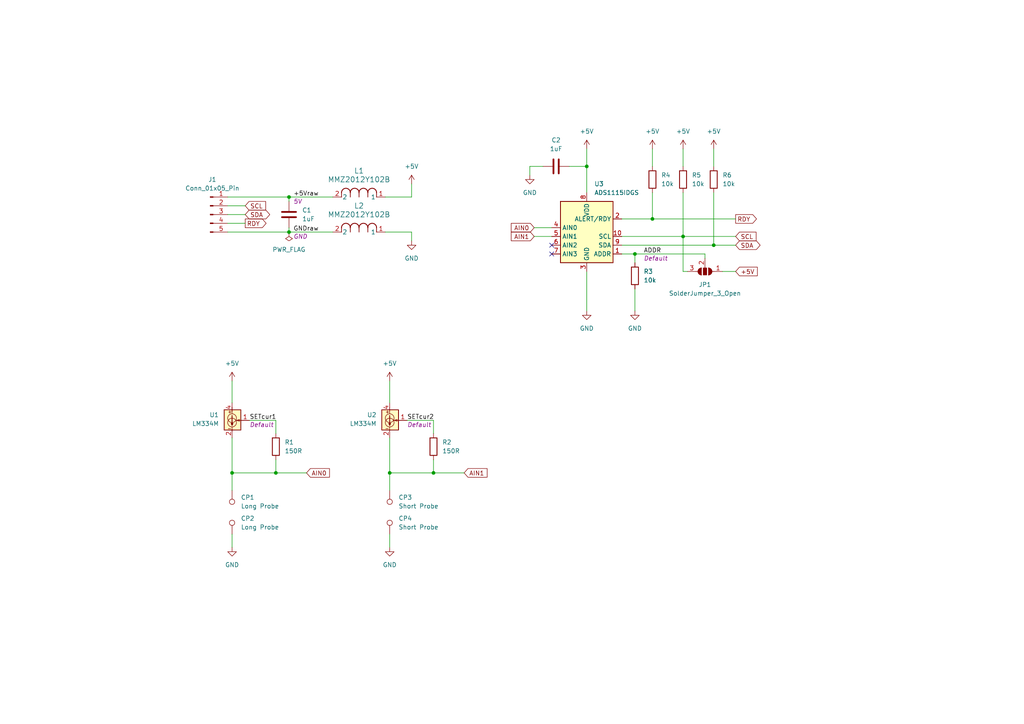
<source format=kicad_sch>
(kicad_sch (version 20230121) (generator eeschema)
  (paper "A4")
  (lib_symbols
    (symbol "2023-09-04_18-15-31:MMZ2012Y102B" (pin_names (offset 0.254))
      (property "Reference" "L" (at 6.985 5.08 0))
      (property "Value" "MMZ2012Y102B" (at 6.985 -2.54 0))
      (symbol "MMZ2012Y102B_1_1"
        (polyline (pts (xy 2.54 0) (xy 2.54 1.27)) (stroke (width 0.2032)))
        (polyline (pts (xy 5.08 0) (xy 5.08 1.27)) (stroke (width 0.2032)))
        (polyline (pts (xy 7.62 0) (xy 7.62 1.27)) (stroke (width 0.2032)))
        (polyline (pts (xy 10.16 0) (xy 10.16 1.27)) (stroke (width 0.2032)))
        (polyline (pts (xy 12.7 0) (xy 12.7 1.27)) (stroke (width 0.2032)))
        (arc (start 5.08 1.27) (mid 3.81 2.5345) (end 2.54 1.27) (stroke (width 0.254)))
        (arc (start 7.62 1.27) (mid 6.35 2.5345) (end 5.08 1.27) (stroke (width 0.254)))
        (arc (start 10.16 1.27) (mid 8.89 2.5345) (end 7.62 1.27) (stroke (width 0.254)))
        (arc (start 12.7 1.27) (mid 11.43 2.5345) (end 10.16 1.27) (stroke (width 0.254)))
        (pin unspecified line (at 15.24 0 180) (length 2.54) (name "1") (number "1"))
        (pin unspecified line (at 0 0 0) (length 2.54) (name "2") (number "2"))
      )
      (symbol "MMZ2012Y102B_1_2"
        (arc (start -1.27 5.08) (mid -2.5345 3.81) (end -1.27 2.54) (stroke (width 0.254)))
        (arc (start -1.27 7.62) (mid -2.5345 6.35) (end -1.27 5.08) (stroke (width 0.254)))
        (arc (start -1.27 10.16) (mid -2.5345 8.89) (end -1.27 7.62) (stroke (width 0.254)))
        (arc (start -1.27 12.7) (mid -2.5345 11.43) (end -1.27 10.16) (stroke (width 0.254)))
        (polyline (pts (xy 0 2.54) (xy -1.27 2.54)) (stroke (width 0.2032)))
        (polyline (pts (xy 0 5.08) (xy -1.27 5.08)) (stroke (width 0.2032)))
        (polyline (pts (xy 0 7.62) (xy -1.27 7.62)) (stroke (width 0.2032)))
        (polyline (pts (xy 0 10.16) (xy -1.27 10.16)) (stroke (width 0.2032)))
        (polyline (pts (xy 0 12.7) (xy -1.27 12.7)) (stroke (width 0.2032)))
        (pin unspecified line (at 0 15.24 270) (length 2.54) (name "1") (number "1"))
        (pin unspecified line (at 0 0 90) (length 2.54) (name "2") (number "2"))
      )
    )
    (symbol "Analog_ADC:ADS1115IDGS"
      (property "Reference" "U" (at 2.54 13.97 0))
      (property "Value" "ADS1115IDGS" (at 7.62 11.43 0))
      (symbol "ADS1115IDGS_0_1"
        (rectangle (start -7.62 10.16) (end 7.62 -7.62) (stroke (width 0.254)) (fill (type background)))
      )
      (symbol "ADS1115IDGS_1_1"
        (pin input line (at 10.16 -5.08 180) (length 2.54) (name "ADDR") (number "1"))
        (pin input line (at 10.16 0 180) (length 2.54) (name "SCL") (number "10"))
        (pin output line (at 10.16 5.08 180) (length 2.54) (name "ALERT/RDY") (number "2"))
        (pin power_in line (at 0 -10.16 90) (length 2.54) (name "GND") (number "3"))
        (pin input line (at -10.16 2.54 0) (length 2.54) (name "AIN0") (number "4"))
        (pin input line (at -10.16 0 0) (length 2.54) (name "AIN1") (number "5"))
        (pin input line (at -10.16 -2.54 0) (length 2.54) (name "AIN2") (number "6"))
        (pin input line (at -10.16 -5.08 0) (length 2.54) (name "AIN3") (number "7"))
        (pin power_in line (at 0 12.7 270) (length 2.54) (name "VDD") (number "8"))
        (pin bidirectional line (at 10.16 -2.54 180) (length 2.54) (name "SDA") (number "9"))
      )
    )
    (symbol "Connector:Conn_01x05_Pin" (pin_names (offset 1.016) hide)
      (property "Reference" "J" (at 0 7.62 0))
      (property "Value" "Conn_01x05_Pin" (at 0 -7.62 0))
      (symbol "Conn_01x05_Pin_1_1"
        (polyline (pts (xy 1.27 -5.08) (xy 0.8636 -5.08)) (stroke (width 0.1524)))
        (polyline (pts (xy 1.27 -2.54) (xy 0.8636 -2.54)) (stroke (width 0.1524)))
        (polyline (pts (xy 1.27 0) (xy 0.8636 0)) (stroke (width 0.1524)))
        (polyline (pts (xy 1.27 2.54) (xy 0.8636 2.54)) (stroke (width 0.1524)))
        (polyline (pts (xy 1.27 5.08) (xy 0.8636 5.08)) (stroke (width 0.1524)))
        (rectangle (start 0.8636 -4.953) (end 0 -5.207) (stroke (width 0.1524)) (fill (type outline)))
        (rectangle (start 0.8636 -2.413) (end 0 -2.667) (stroke (width 0.1524)) (fill (type outline)))
        (rectangle (start 0.8636 0.127) (end 0 -0.127) (stroke (width 0.1524)) (fill (type outline)))
        (rectangle (start 0.8636 2.667) (end 0 2.413) (stroke (width 0.1524)) (fill (type outline)))
        (rectangle (start 0.8636 5.207) (end 0 4.953) (stroke (width 0.1524)) (fill (type outline)))
        (pin passive line (at 5.08 5.08 180) (length 3.81) (name "Pin_1") (number "1"))
        (pin passive line (at 5.08 2.54 180) (length 3.81) (name "Pin_2") (number "2"))
        (pin passive line (at 5.08 0 180) (length 3.81) (name "Pin_3") (number "3"))
        (pin passive line (at 5.08 -2.54 180) (length 3.81) (name "Pin_4") (number "4"))
        (pin passive line (at 5.08 -5.08 180) (length 3.81) (name "Pin_5") (number "5"))
      )
    )
    (symbol "Connector:TestPoint" (pin_numbers hide) (pin_names (offset 0.762) hide)
      (property "Reference" "TP" (at 0 6.858 0))
      (property "Value" "TestPoint" (at 0 5.08 0))
      (symbol "TestPoint_0_1"
        (circle (center 0 3.302) (radius 0.762))
      )
      (symbol "TestPoint_1_1"
        (pin passive line (at 0 0 90) (length 2.54) (name "1") (number "1"))
      )
    )
    (symbol "Device:C" (pin_numbers hide) (pin_names (offset 0.254))
      (property "Reference" "C" (at 0.635 2.54 0))
      (property "Value" "C" (at 0.635 -2.54 0))
      (symbol "C_0_1"
        (polyline (pts (xy -2.032 -0.762) (xy 2.032 -0.762)) (stroke (width 0.508)))
        (polyline (pts (xy -2.032 0.762) (xy 2.032 0.762)) (stroke (width 0.508)))
      )
      (symbol "C_1_1"
        (pin passive line (at 0 3.81 270) (length 2.794) (name "~") (number "1"))
        (pin passive line (at 0 -3.81 90) (length 2.794) (name "~") (number "2"))
      )
    )
    (symbol "Device:R" (pin_numbers hide) (pin_names (offset 0))
      (property "Reference" "R" (at 2.032 0 90))
      (property "Value" "R" (at 0 0 90))
      (symbol "R_0_1"
        (rectangle (start -1.016 -2.54) (end 1.016 2.54) (stroke (width 0.254)))
      )
      (symbol "R_1_1"
        (pin passive line (at 0 3.81 270) (length 1.27) (name "~") (number "1"))
        (pin passive line (at 0 -3.81 90) (length 1.27) (name "~") (number "2"))
      )
    )
    (symbol "Jumper:SolderJumper_3_Open" (pin_names (offset 0) hide)
      (property "Reference" "JP" (at -2.54 -2.54 0))
      (property "Value" "SolderJumper_3_Open" (at 0 2.794 0))
      (symbol "SolderJumper_3_Open_0_1"
        (arc (start -1.016 1.016) (mid -2.0276 0) (end -1.016 -1.016))
        (arc (start -1.016 1.016) (mid -2.0276 0) (end -1.016 -1.016) (fill (type outline)))
        (rectangle (start -0.508 1.016) (end 0.508 -1.016) (fill (type outline)))
        (polyline (pts (xy -2.54 0) (xy -2.032 0)))
        (polyline (pts (xy -1.016 1.016) (xy -1.016 -1.016)))
        (polyline (pts (xy 0 -1.27) (xy 0 -1.016)))
        (polyline (pts (xy 1.016 1.016) (xy 1.016 -1.016)))
        (polyline (pts (xy 2.54 0) (xy 2.032 0)))
        (arc (start 1.016 -1.016) (mid 2.0276 0) (end 1.016 1.016))
        (arc (start 1.016 -1.016) (mid 2.0276 0) (end 1.016 1.016) (fill (type outline)))
      )
      (symbol "SolderJumper_3_Open_1_1"
        (pin passive line (at -5.08 0 0) (length 2.54) (name "A") (number "1"))
        (pin passive line (at 0 -3.81 90) (length 2.54) (name "C") (number "2"))
        (pin passive line (at 5.08 0 180) (length 2.54) (name "B") (number "3"))
      )
    )
    (symbol "Reference_Current:LM334M"
      (property "Reference" "U" (at 0.635 6.35 0))
      (property "Value" "LM334M" (at 0.635 4.445 0))
      (symbol "LM334M_0_1"
        (rectangle (start -2.286 3.048) (end 2.54 -2.794) (stroke (width 0.254)) (fill (type background)))
        (circle (center 0 -0.635) (radius 1.27))
        (polyline (pts (xy -1.143 -2.413) (xy -0.381 -2.413)))
        (polyline (pts (xy -1.016 2.413) (xy -0.254 2.413)))
        (polyline (pts (xy -0.635 2.794) (xy -0.635 2.032)))
        (polyline (pts (xy 0 -1.905) (xy 0 -3.175)))
        (polyline (pts (xy 0 1.397) (xy 0 -1.397)) (stroke (width 0.254)))
        (polyline (pts (xy 0 3.81) (xy 0 1.905)))
        (polyline (pts (xy 5.08 0) (xy 1.27 0)))
        (polyline (pts (xy 0 -1.397) (xy -0.254 -0.889) (xy 0.254 -0.889) (xy 0 -1.397)) (stroke (width 0.254)))
        (polyline (pts (xy 1.27 0) (xy 2.159 0.254) (xy 2.159 -0.254) (xy 1.27 0)))
        (circle (center 0 0.635) (radius 1.27))
      )
      (symbol "LM334M_1_1"
        (pin passive line (at 5.08 0 180) (length 2.54) (name "~") (number "1"))
        (pin passive line (at 0 -5.08 90) (length 2.54) (name "~") (number "2"))
        (pin passive line (at 0 -5.08 90) (length 2.54) hide (name "~") (number "3"))
        (pin passive line (at 0 5.08 270) (length 2.54) (name "~") (number "4"))
        (pin passive line (at 0 -5.08 90) (length 2.54) hide (name "~") (number "6"))
        (pin passive line (at 0 -5.08 90) (length 2.54) hide (name "~") (number "7"))
      )
    )
    (symbol "power:+5V" (power) (pin_names (offset 0))
      (property "Value" "+5V" (at 0 3.556 0))
      (symbol "+5V_0_1"
        (polyline (pts (xy -0.762 1.27) (xy 0 2.54)))
        (polyline (pts (xy 0 0) (xy 0 2.54)))
        (polyline (pts (xy 0 2.54) (xy 0.762 1.27)))
      )
      (symbol "+5V_1_1"
        (pin power_in line (at 0 0 90) (length 0) hide (name "+5V") (number "1"))
      )
    )
    (symbol "power:GND" (power) (pin_names (offset 0))
      (property "Value" "GND" (at 0 -3.81 0))
      (symbol "GND_0_1"
        (polyline (pts (xy 0 0) (xy 0 -1.27) (xy 1.27 -1.27) (xy 0 -2.54) (xy -1.27 -1.27) (xy 0 -1.27)))
      )
      (symbol "GND_1_1"
        (pin power_in line (at 0 0 270) (length 0) hide (name "GND") (number "1"))
      )
    )
    (symbol "power:PWR_FLAG" (power) (pin_numbers hide) (pin_names (offset 0) hide)
      (property "Value" "PWR_FLAG" (at 0 3.81 0))
      (symbol "PWR_FLAG_0_0"
        (pin power_out line (at 0 0 90) (length 0) (name "pwr") (number "1"))
      )
      (symbol "PWR_FLAG_0_1"
        (polyline (pts (xy 0 0) (xy 0 1.27) (xy -1.016 1.905) (xy 0 2.54) (xy 1.016 1.905) (xy 0 1.27)))
      )
    )
  )
  (junction (at 80.01 137.16))
  (junction (at 170.18 48.26))
  (junction (at 189.23 63.5))
  (junction (at 198.12 68.58))
  (junction (at 67.31 137.16))
  (junction (at 125.73 137.16))
  (junction (at 184.15 73.66))
  (junction (at 207.01 71.12))
  (junction (at 83.82 67.31))
  (junction (at 83.82 57.15))
  (junction (at 113.03 137.16))
  (no_connect (at 160.02 73.66))
  (no_connect (at 160.02 71.12))
  (wire (pts (xy 83.82 67.31) (xy 96.52 67.31)))
  (wire (pts (xy 113.03 137.16) (xy 113.03 142.24)))
  (wire (pts (xy 119.38 69.85) (xy 119.38 67.31)))
  (wire (pts (xy 207.01 43.18) (xy 207.01 48.26)))
  (wire (pts (xy 170.18 48.26) (xy 170.18 55.88)))
  (wire (pts (xy 189.23 55.88) (xy 189.23 63.5)))
  (wire (pts (xy 204.47 73.66) (xy 184.15 73.66)))
  (wire (pts (xy 66.04 57.15) (xy 83.82 57.15)))
  (wire (pts (xy 198.12 55.88) (xy 198.12 68.58)))
  (wire (pts (xy 119.38 53.34) (xy 119.38 57.15)))
  (wire (pts (xy 189.23 63.5) (xy 213.36 63.5)))
  (wire (pts (xy 198.12 68.58) (xy 213.36 68.58)))
  (wire (pts (xy 113.03 137.16) (xy 125.73 137.16)))
  (wire (pts (xy 113.03 127) (xy 113.03 137.16)))
  (wire (pts (xy 113.03 154.94) (xy 113.03 158.75)))
  (wire (pts (xy 198.12 43.18) (xy 198.12 48.26)))
  (wire (pts (xy 180.34 73.66) (xy 184.15 73.66)))
  (wire (pts (xy 198.12 78.74) (xy 198.12 68.58)))
  (wire (pts (xy 80.01 137.16) (xy 88.9 137.16)))
  (wire (pts (xy 119.38 57.15) (xy 111.76 57.15)))
  (wire (pts (xy 83.82 66.04) (xy 83.82 67.31)))
  (wire (pts (xy 189.23 43.18) (xy 189.23 48.26)))
  (wire (pts (xy 180.34 71.12) (xy 207.01 71.12)))
  (wire (pts (xy 83.82 57.15) (xy 83.82 58.42)))
  (wire (pts (xy 72.39 121.92) (xy 80.01 121.92)))
  (wire (pts (xy 165.1 48.26) (xy 170.18 48.26)))
  (wire (pts (xy 204.47 73.66) (xy 204.47 74.93)))
  (wire (pts (xy 67.31 110.49) (xy 67.31 116.84)))
  (wire (pts (xy 184.15 73.66) (xy 184.15 76.2)))
  (wire (pts (xy 66.04 62.23) (xy 71.12 62.23)))
  (wire (pts (xy 207.01 71.12) (xy 213.36 71.12)))
  (wire (pts (xy 83.82 57.15) (xy 96.52 57.15)))
  (wire (pts (xy 113.03 110.49) (xy 113.03 116.84)))
  (wire (pts (xy 67.31 137.16) (xy 67.31 142.24)))
  (wire (pts (xy 66.04 67.31) (xy 83.82 67.31)))
  (wire (pts (xy 67.31 154.94) (xy 67.31 158.75)))
  (wire (pts (xy 154.94 66.04) (xy 160.02 66.04)))
  (wire (pts (xy 170.18 78.74) (xy 170.18 90.17)))
  (wire (pts (xy 207.01 55.88) (xy 207.01 71.12)))
  (wire (pts (xy 125.73 137.16) (xy 125.73 133.35)))
  (wire (pts (xy 67.31 127) (xy 67.31 137.16)))
  (wire (pts (xy 125.73 137.16) (xy 134.62 137.16)))
  (wire (pts (xy 153.67 50.8) (xy 153.67 48.26)))
  (wire (pts (xy 66.04 59.69) (xy 71.12 59.69)))
  (wire (pts (xy 180.34 63.5) (xy 189.23 63.5)))
  (wire (pts (xy 66.04 64.77) (xy 71.12 64.77)))
  (wire (pts (xy 184.15 83.82) (xy 184.15 90.17)))
  (wire (pts (xy 125.73 121.92) (xy 125.73 125.73)))
  (wire (pts (xy 80.01 121.92) (xy 80.01 125.73)))
  (wire (pts (xy 118.11 121.92) (xy 125.73 121.92)))
  (wire (pts (xy 80.01 137.16) (xy 80.01 133.35)))
  (wire (pts (xy 180.34 68.58) (xy 198.12 68.58)))
  (wire (pts (xy 209.55 78.74) (xy 213.36 78.74)))
  (wire (pts (xy 111.76 67.31) (xy 119.38 67.31)))
  (wire (pts (xy 153.67 48.26) (xy 157.48 48.26)))
  (wire (pts (xy 67.31 137.16) (xy 80.01 137.16)))
  (wire (pts (xy 170.18 43.18) (xy 170.18 48.26)))
  (wire (pts (xy 198.12 78.74) (xy 199.39 78.74)))
  (wire (pts (xy 154.94 68.58) (xy 160.02 68.58)))
  (label "SETcur1" (at 72.39 121.92 0) (property "Netclass" "Default" (at 72.39 123.19 0) (effects (font italic) (justify left))))
  (label "GNDraw" (at 85.09 67.31 0) (property "Netclass" "GND" (at 85.09 68.58 0) (effects (font italic) (justify left))))
  (label "+5Vraw" (at 85.09 57.15 0) (property "Netclass" "5V" (at 85.09 58.42 0) (effects (font italic) (justify left))))
  (label "SETcur2" (at 118.11 121.92 0) (property "Netclass" "Default" (at 118.11 123.19 0) (effects (font italic) (justify left))))
  (label "ADDR" (at 186.69 73.66 0) (property "Netclass" "Default" (at 186.69 74.93 0) (effects (font italic) (justify left))))
  (global_label "SDA" (shape bidirectional) (at 213.36 71.12 0) (property "Intersheetrefs" "${INTERSHEET_REFS}" (effects hide)))
  (global_label "AIN0" (shape input) (at 88.9 137.16 0) (property "Intersheetrefs" "${INTERSHEET_REFS}" (effects hide)))
  (global_label "SCL" (shape input) (at 71.12 59.69 0) (property "Intersheetrefs" "${INTERSHEET_REFS}" (effects hide)))
  (global_label "AIN1" (shape input) (at 134.62 137.16 0) (property "Intersheetrefs" "${INTERSHEET_REFS}" (effects hide)))
  (global_label "RDY" (shape output) (at 213.36 63.5 0) (property "Intersheetrefs" "${INTERSHEET_REFS}" (effects hide)))
  (global_label "RDY" (shape output) (at 71.12 64.77 0) (property "Intersheetrefs" "${INTERSHEET_REFS}" (effects hide)))
  (global_label "AIN1" (shape input) (at 154.94 68.58 180) (property "Intersheetrefs" "${INTERSHEET_REFS}" (effects hide)))
  (global_label "SCL" (shape input) (at 213.36 68.58 0) (property "Intersheetrefs" "${INTERSHEET_REFS}" (effects hide)))
  (global_label "+5V" (shape input) (at 213.36 78.74 0) (property "Intersheetrefs" "${INTERSHEET_REFS}" (effects hide)))
  (global_label "SDA" (shape bidirectional) (at 71.12 62.23 0) (property "Intersheetrefs" "${INTERSHEET_REFS}" (effects hide)))
  (global_label "AIN0" (shape input) (at 154.94 66.04 180) (property "Intersheetrefs" "${INTERSHEET_REFS}" (effects hide)))
  (symbol (lib_id "power:GND") (at 184.15 90.17 0) (unit 1)
    (property "Reference" "#PWR010" (effects hide))
    (property "Value" "GND" (at 184.15 95.25 0))
  )
  (symbol (lib_id "power:PWR_FLAG") (at 83.82 67.31 180) (unit 1)
    (property "Reference" "#FLG01" (effects hide))
    (property "Value" "PWR_FLAG" (at 83.82 72.39 0))
  )
  (symbol (lib_id "power:+5V") (at 113.03 110.49 0) (unit 1)
    (property "Reference" "#PWR03" (effects hide))
    (property "Value" "+5V" (at 113.03 105.41 0))
  )
  (symbol (lib_id "power:GND") (at 119.38 69.85 0) (unit 1)
    (property "Reference" "#PWR06" (effects hide))
    (property "Value" "GND" (at 119.38 74.93 0))
  )
  (symbol (lib_id "Connector:Conn_01x05_Pin") (at 60.96 62.23 0) (unit 1)
    (property "Reference" "J1" (at 61.595 52.07 0))
    (property "Value" "Conn_01x05_Pin" (at 61.595 54.61 0))
    (property "Footprint" "Connector_PinHeader_2.54mm:PinHeader_1x05_P2.54mm_Horizontal" (effects hide))
    (instances (project "Hydrofoil" (path "" (reference "J1") (unit 1)) (path "" (reference "J?") (unit 1))))
  )
  (symbol (lib_id "Device:R") (at 184.15 80.01 0) (unit 1)
    (property "Reference" "R3" (at 186.69 78.74 0) (effects (justify left)))
    (property "Value" "10k" (at 186.69 81.28 0) (effects (justify left)))
    (property "Footprint" "Resistor_SMD:R_1206_3216Metric_Pad1.30x1.75mm_HandSolder" (effects hide))
    (instances (project "Hydrofoil" (path "" (reference "R3") (unit 1)) (path "" (reference "R?") (unit 1))))
  )
  (symbol (lib_id "Jumper:SolderJumper_3_Open") (at 204.47 78.74 180) (unit 1)
    (property "Reference" "JP1" (at 204.47 82.55 0))
    (property "Value" "SolderJumper_3_Open" (at 204.47 85.09 0))
    (property "Footprint" "Jumper:SolderJumper-3_P1.3mm_Open_RoundedPad1.0x1.5mm" (effects hide))
    (instances (project "Hydrofoil" (path "" (reference "JP1") (unit 1)) (path "" (reference "JP?") (unit 1))))
  )
  (symbol (lib_id "Reference_Current:LM334M") (at 113.03 121.92 0) (unit 1)
    (property "Reference" "U2" (at 109.22 120.3325 0) (effects (justify right)))
    (property "Value" "LM334M" (at 109.22 122.8725 0) (effects (justify right)))
    (property "Footprint" "Package_SO:SOIC-8_3.9x4.9mm_P1.27mm" (effects hide))
    (property "Datasheet" "http://www.ti.com/lit/ds/symlink/lm134.pdf" (effects hide))
    (instances (project "Hydrofoil" (path "" (reference "U2") (unit 1)) (path "" (reference "U?") (unit 1))))
  )
  (symbol (lib_id "power:GND") (at 153.67 50.8 0) (unit 1)
    (property "Reference" "#PWR07" (effects hide))
    (property "Value" "GND" (at 153.67 55.88 0))
  )
  (symbol (lib_id "power:GND") (at 113.03 158.75 0) (unit 1)
    (property "Reference" "#PWR04" (effects hide))
    (property "Value" "GND" (at 113.03 163.83 0))
  )
  (symbol (lib_id "Connector:TestPoint") (at 113.03 142.24 180) (unit 1)
    (property "Reference" "CP3" (at 115.57 144.272 0) (effects (justify right)))
    (property "Value" "Short Probe" (at 115.57 146.812 0) (effects (justify right)))
    (property "Footprint" "TestPoint:TestPoint_Pad_D2.0mm" (effects hide))
    (instances (project "Hydrofoil" (path "" (reference "CP3") (unit 1)) (path "" (reference "CP?") (unit 1))))
  )
  (symbol (lib_id "Device:C") (at 161.29 48.26 90) (unit 1)
    (property "Reference" "C2" (at 161.29 40.64 90))
    (property "Value" "1uF" (at 161.29 43.18 90))
    (property "Footprint" "Capacitor_SMD:C_1206_3216Metric_Pad1.33x1.80mm_HandSolder" (effects hide))
    (instances (project "Hydrofoil" (path "" (reference "C2") (unit 1)) (path "" (reference "C?") (unit 1))))
  )
  (symbol (lib_id "Device:R") (at 198.12 52.07 0) (unit 1)
    (property "Reference" "R5" (at 200.66 50.8 0) (effects (justify left)))
    (property "Value" "10k" (at 200.66 53.34 0) (effects (justify left)))
    (property "Footprint" "Resistor_SMD:R_1206_3216Metric_Pad1.30x1.75mm_HandSolder" (effects hide))
    (instances (project "Hydrofoil" (path "" (reference "R5") (unit 1)) (path "" (reference "R?") (unit 1))))
  )
  (symbol (lib_id "Analog_ADC:ADS1115IDGS") (at 170.18 68.58 0) (unit 1)
    (property "Reference" "U3" (at 172.3741 53.34 0) (effects (justify left)))
    (property "Value" "ADS1115IDGS" (at 172.3741 55.88 0) (effects (justify left)))
    (property "Footprint" "Package_SO:TSSOP-10_3x3mm_P0.5mm" (effects hide))
    (property "Datasheet" "http://www.ti.com/lit/ds/symlink/ads1113.pdf" (effects hide))
    (instances (project "Hydrofoil" (path "" (reference "U3") (unit 1)) (path "" (reference "U?") (unit 1))))
  )
  (symbol (lib_id "2023-09-04_18-15-31:MMZ2012Y102B") (at 96.52 67.31 0) (unit 1)
    (property "Reference" "L2" (at 104.14 59.69 0) (effects (font (size 1.524 1.524))))
    (property "Value" "MMZ2012Y102B" (at 104.14 62.23 0) (effects (font (size 1.524 1.524))))
    (property "Footprint" "Inductor_SMD:L_0805_2012Metric_Pad1.05x1.20mm_HandSolder" (effects hide))
    (property "Datasheet" "MMZ2012Y102B" (effects hide))
    (instances (project "Hydrofoil" (path "" (reference "L2") (unit 1)) (path "" (reference "L?") (unit 1))))
  )
  (symbol (lib_id "power:GND") (at 170.18 90.17 0) (unit 1)
    (property "Reference" "#PWR09" (effects hide))
    (property "Value" "GND" (at 170.18 95.25 0))
  )
  (symbol (lib_id "power:GND") (at 67.31 158.75 0) (unit 1)
    (property "Reference" "#PWR02" (effects hide))
    (property "Value" "GND" (at 67.31 163.83 0))
  )
  (symbol (lib_id "power:+5V") (at 170.18 43.18 0) (unit 1)
    (property "Reference" "#PWR08" (effects hide))
    (property "Value" "+5V" (at 170.18 38.1 0))
  )
  (symbol (lib_id "Device:R") (at 207.01 52.07 0) (unit 1)
    (property "Reference" "R6" (at 209.55 50.8 0) (effects (justify left)))
    (property "Value" "10k" (at 209.55 53.34 0) (effects (justify left)))
    (property "Footprint" "Resistor_SMD:R_1206_3216Metric_Pad1.30x1.75mm_HandSolder" (effects hide))
    (instances (project "Hydrofoil" (path "" (reference "R6") (unit 1)) (path "" (reference "R?") (unit 1))))
  )
  (symbol (lib_id "2023-09-04_18-15-31:MMZ2012Y102B") (at 96.52 57.15 0) (unit 1)
    (property "Reference" "L1" (at 104.14 49.53 0) (effects (font (size 1.524 1.524))))
    (property "Value" "MMZ2012Y102B" (at 104.14 52.07 0) (effects (font (size 1.524 1.524))))
    (property "Footprint" "Inductor_SMD:L_0805_2012Metric_Pad1.05x1.20mm_HandSolder" (effects hide))
    (property "Datasheet" "MMZ2012Y102B" (effects hide))
    (instances (project "Hydrofoil" (path "" (reference "L1") (unit 1)) (path "" (reference "L?") (unit 1))))
  )
  (symbol (lib_id "power:+5V") (at 207.01 43.18 0) (unit 1)
    (property "Reference" "#PWR013" (effects hide))
    (property "Value" "+5V" (at 207.01 38.1 0))
  )
  (symbol (lib_id "Connector:TestPoint") (at 67.31 142.24 180) (unit 1)
    (property "Reference" "CP1" (at 69.85 144.272 0) (effects (justify right)))
    (property "Value" "Long Probe" (at 69.85 146.812 0) (effects (justify right)))
    (property "Footprint" "TestPoint:TestPoint_Pad_D2.0mm" (effects hide))
    (instances (project "Hydrofoil" (path "" (reference "CP1") (unit 1)) (path "" (reference "CP?") (unit 1))))
  )
  (symbol (lib_id "Device:R") (at 189.23 52.07 0) (unit 1)
    (property "Reference" "R4" (at 191.77 50.8 0) (effects (justify left)))
    (property "Value" "10k" (at 191.77 53.34 0) (effects (justify left)))
    (property "Footprint" "Resistor_SMD:R_1206_3216Metric_Pad1.30x1.75mm_HandSolder" (effects hide))
    (instances (project "Hydrofoil" (path "" (reference "R4") (unit 1)) (path "" (reference "R?") (unit 1))))
  )
  (symbol (lib_id "power:+5V") (at 119.38 53.34 0) (unit 1)
    (property "Reference" "#PWR05" (effects hide))
    (property "Value" "+5V" (at 119.38 48.26 0))
  )
  (symbol (lib_id "power:+5V") (at 189.23 43.18 0) (unit 1)
    (property "Reference" "#PWR011" (effects hide))
    (property "Value" "+5V" (at 189.23 38.1 0))
  )
  (symbol (lib_id "Device:R") (at 125.73 129.54 0) (unit 1)
    (property "Reference" "R2" (at 128.27 128.27 0) (effects (justify left)))
    (property "Value" "150R" (at 128.27 130.81 0) (effects (justify left)))
    (property "Footprint" "Resistor_SMD:R_1206_3216Metric_Pad1.30x1.75mm_HandSolder" (effects hide))
    (instances (project "Hydrofoil" (path "" (reference "R2") (unit 1)) (path "" (reference "R?") (unit 1))))
  )
  (symbol (lib_id "Connector:TestPoint") (at 113.03 154.94 0) (unit 1)
    (property "Reference" "CP4" (at 115.57 150.368 0) (effects (justify left)))
    (property "Value" "Short Probe" (at 115.57 152.908 0) (effects (justify left)))
    (property "Footprint" "TestPoint:TestPoint_Pad_D2.0mm" (effects hide))
    (instances (project "Hydrofoil" (path "" (reference "CP4") (unit 1)) (path "" (reference "CP?") (unit 1))))
  )
  (symbol (lib_id "Reference_Current:LM334M") (at 67.31 121.92 0) (unit 1)
    (property "Reference" "U1" (at 63.5 120.3325 0) (effects (justify right)))
    (property "Value" "LM334M" (at 63.5 122.8725 0) (effects (justify right)))
    (property "Footprint" "Package_SO:SOIC-8_3.9x4.9mm_P1.27mm" (effects hide))
    (property "Datasheet" "http://www.ti.com/lit/ds/symlink/lm134.pdf" (effects hide))
    (instances (project "Hydrofoil" (path "" (reference "U1") (unit 1)) (path "" (reference "U?") (unit 1))))
  )
  (symbol (lib_id "Device:R") (at 80.01 129.54 0) (unit 1)
    (property "Reference" "R1" (at 82.55 128.27 0) (effects (justify left)))
    (property "Value" "150R" (at 82.55 130.81 0) (effects (justify left)))
    (property "Footprint" "Resistor_SMD:R_1206_3216Metric_Pad1.30x1.75mm_HandSolder" (effects hide))
    (instances (project "Hydrofoil" (path "" (reference "R1") (unit 1)) (path "" (reference "R?") (unit 1))))
  )
  (symbol (lib_id "Device:C") (at 83.82 62.23 0) (unit 1)
    (property "Reference" "C1" (at 87.63 60.96 0) (effects (justify left)))
    (property "Value" "1uF" (at 87.63 63.5 0) (effects (justify left)))
    (property "Footprint" "Capacitor_SMD:C_1206_3216Metric_Pad1.33x1.80mm_HandSolder" (effects hide))
    (instances (project "Hydrofoil" (path "" (reference "C1") (unit 1)) (path "" (reference "C?") (unit 1))))
  )
  (symbol (lib_id "power:+5V") (at 198.12 43.18 0) (unit 1)
    (property "Reference" "#PWR012" (effects hide))
    (property "Value" "+5V" (at 198.12 38.1 0))
  )
  (symbol (lib_id "power:+5V") (at 67.31 110.49 0) (unit 1)
    (property "Reference" "#PWR01" (effects hide))
    (property "Value" "+5V" (at 67.31 105.41 0))
  )
  (symbol (lib_id "Connector:TestPoint") (at 67.31 154.94 0) (unit 1)
    (property "Reference" "CP2" (at 69.85 150.368 0) (effects (justify left)))
    (property "Value" "Long Probe" (at 69.85 152.908 0) (effects (justify left)))
    (property "Footprint" "TestPoint:TestPoint_Pad_D2.0mm" (effects hide))
    (instances (project "Hydrofoil" (path "" (reference "CP2") (unit 1)) (path "" (reference "CP?") (unit 1))))
  )
)
</source>
